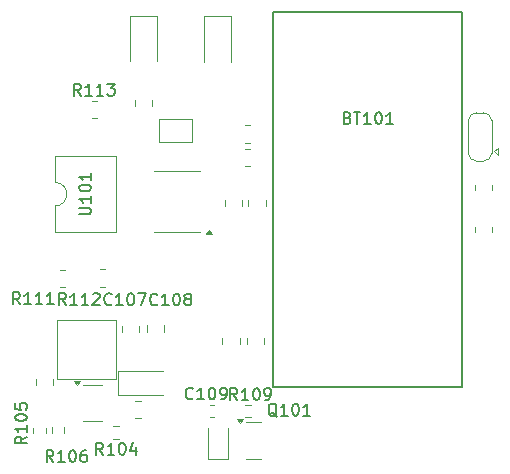
<source format=gbr>
%TF.GenerationSoftware,KiCad,Pcbnew,8.0.6-8.0.6-0~ubuntu24.04.1*%
%TF.CreationDate,2024-10-24T15:12:09+03:00*%
%TF.ProjectId,navigator,6e617669-6761-4746-9f72-2e6b69636164,rev?*%
%TF.SameCoordinates,Original*%
%TF.FileFunction,Legend,Top*%
%TF.FilePolarity,Positive*%
%FSLAX46Y46*%
G04 Gerber Fmt 4.6, Leading zero omitted, Abs format (unit mm)*
G04 Created by KiCad (PCBNEW 8.0.6-8.0.6-0~ubuntu24.04.1) date 2024-10-24 15:12:09*
%MOMM*%
%LPD*%
G01*
G04 APERTURE LIST*
%ADD10C,0.150000*%
%ADD11C,0.200000*%
%ADD12C,0.120000*%
%ADD13C,0.100000*%
G04 APERTURE END LIST*
D10*
X74410952Y-72734819D02*
X74077619Y-72258628D01*
X73839524Y-72734819D02*
X73839524Y-71734819D01*
X73839524Y-71734819D02*
X74220476Y-71734819D01*
X74220476Y-71734819D02*
X74315714Y-71782438D01*
X74315714Y-71782438D02*
X74363333Y-71830057D01*
X74363333Y-71830057D02*
X74410952Y-71925295D01*
X74410952Y-71925295D02*
X74410952Y-72068152D01*
X74410952Y-72068152D02*
X74363333Y-72163390D01*
X74363333Y-72163390D02*
X74315714Y-72211009D01*
X74315714Y-72211009D02*
X74220476Y-72258628D01*
X74220476Y-72258628D02*
X73839524Y-72258628D01*
X75363333Y-72734819D02*
X74791905Y-72734819D01*
X75077619Y-72734819D02*
X75077619Y-71734819D01*
X75077619Y-71734819D02*
X74982381Y-71877676D01*
X74982381Y-71877676D02*
X74887143Y-71972914D01*
X74887143Y-71972914D02*
X74791905Y-72020533D01*
X76315714Y-72734819D02*
X75744286Y-72734819D01*
X76030000Y-72734819D02*
X76030000Y-71734819D01*
X76030000Y-71734819D02*
X75934762Y-71877676D01*
X75934762Y-71877676D02*
X75839524Y-71972914D01*
X75839524Y-71972914D02*
X75744286Y-72020533D01*
X77268095Y-72734819D02*
X76696667Y-72734819D01*
X76982381Y-72734819D02*
X76982381Y-71734819D01*
X76982381Y-71734819D02*
X76887143Y-71877676D01*
X76887143Y-71877676D02*
X76791905Y-71972914D01*
X76791905Y-71972914D02*
X76696667Y-72020533D01*
X79434819Y-65124285D02*
X80244342Y-65124285D01*
X80244342Y-65124285D02*
X80339580Y-65076666D01*
X80339580Y-65076666D02*
X80387200Y-65029047D01*
X80387200Y-65029047D02*
X80434819Y-64933809D01*
X80434819Y-64933809D02*
X80434819Y-64743333D01*
X80434819Y-64743333D02*
X80387200Y-64648095D01*
X80387200Y-64648095D02*
X80339580Y-64600476D01*
X80339580Y-64600476D02*
X80244342Y-64552857D01*
X80244342Y-64552857D02*
X79434819Y-64552857D01*
X80434819Y-63552857D02*
X80434819Y-64124285D01*
X80434819Y-63838571D02*
X79434819Y-63838571D01*
X79434819Y-63838571D02*
X79577676Y-63933809D01*
X79577676Y-63933809D02*
X79672914Y-64029047D01*
X79672914Y-64029047D02*
X79720533Y-64124285D01*
X79434819Y-62933809D02*
X79434819Y-62838571D01*
X79434819Y-62838571D02*
X79482438Y-62743333D01*
X79482438Y-62743333D02*
X79530057Y-62695714D01*
X79530057Y-62695714D02*
X79625295Y-62648095D01*
X79625295Y-62648095D02*
X79815771Y-62600476D01*
X79815771Y-62600476D02*
X80053866Y-62600476D01*
X80053866Y-62600476D02*
X80244342Y-62648095D01*
X80244342Y-62648095D02*
X80339580Y-62695714D01*
X80339580Y-62695714D02*
X80387200Y-62743333D01*
X80387200Y-62743333D02*
X80434819Y-62838571D01*
X80434819Y-62838571D02*
X80434819Y-62933809D01*
X80434819Y-62933809D02*
X80387200Y-63029047D01*
X80387200Y-63029047D02*
X80339580Y-63076666D01*
X80339580Y-63076666D02*
X80244342Y-63124285D01*
X80244342Y-63124285D02*
X80053866Y-63171904D01*
X80053866Y-63171904D02*
X79815771Y-63171904D01*
X79815771Y-63171904D02*
X79625295Y-63124285D01*
X79625295Y-63124285D02*
X79530057Y-63076666D01*
X79530057Y-63076666D02*
X79482438Y-63029047D01*
X79482438Y-63029047D02*
X79434819Y-62933809D01*
X80434819Y-61648095D02*
X80434819Y-62219523D01*
X80434819Y-61933809D02*
X79434819Y-61933809D01*
X79434819Y-61933809D02*
X79577676Y-62029047D01*
X79577676Y-62029047D02*
X79672914Y-62124285D01*
X79672914Y-62124285D02*
X79720533Y-62219523D01*
D11*
X102151904Y-56948409D02*
X102294761Y-56996028D01*
X102294761Y-56996028D02*
X102342380Y-57043647D01*
X102342380Y-57043647D02*
X102389999Y-57138885D01*
X102389999Y-57138885D02*
X102389999Y-57281742D01*
X102389999Y-57281742D02*
X102342380Y-57376980D01*
X102342380Y-57376980D02*
X102294761Y-57424600D01*
X102294761Y-57424600D02*
X102199523Y-57472219D01*
X102199523Y-57472219D02*
X101818571Y-57472219D01*
X101818571Y-57472219D02*
X101818571Y-56472219D01*
X101818571Y-56472219D02*
X102151904Y-56472219D01*
X102151904Y-56472219D02*
X102247142Y-56519838D01*
X102247142Y-56519838D02*
X102294761Y-56567457D01*
X102294761Y-56567457D02*
X102342380Y-56662695D01*
X102342380Y-56662695D02*
X102342380Y-56757933D01*
X102342380Y-56757933D02*
X102294761Y-56853171D01*
X102294761Y-56853171D02*
X102247142Y-56900790D01*
X102247142Y-56900790D02*
X102151904Y-56948409D01*
X102151904Y-56948409D02*
X101818571Y-56948409D01*
X102675714Y-56472219D02*
X103247142Y-56472219D01*
X102961428Y-57472219D02*
X102961428Y-56472219D01*
X104104285Y-57472219D02*
X103532857Y-57472219D01*
X103818571Y-57472219D02*
X103818571Y-56472219D01*
X103818571Y-56472219D02*
X103723333Y-56615076D01*
X103723333Y-56615076D02*
X103628095Y-56710314D01*
X103628095Y-56710314D02*
X103532857Y-56757933D01*
X104723333Y-56472219D02*
X104818571Y-56472219D01*
X104818571Y-56472219D02*
X104913809Y-56519838D01*
X104913809Y-56519838D02*
X104961428Y-56567457D01*
X104961428Y-56567457D02*
X105009047Y-56662695D01*
X105009047Y-56662695D02*
X105056666Y-56853171D01*
X105056666Y-56853171D02*
X105056666Y-57091266D01*
X105056666Y-57091266D02*
X105009047Y-57281742D01*
X105009047Y-57281742D02*
X104961428Y-57376980D01*
X104961428Y-57376980D02*
X104913809Y-57424600D01*
X104913809Y-57424600D02*
X104818571Y-57472219D01*
X104818571Y-57472219D02*
X104723333Y-57472219D01*
X104723333Y-57472219D02*
X104628095Y-57424600D01*
X104628095Y-57424600D02*
X104580476Y-57376980D01*
X104580476Y-57376980D02*
X104532857Y-57281742D01*
X104532857Y-57281742D02*
X104485238Y-57091266D01*
X104485238Y-57091266D02*
X104485238Y-56853171D01*
X104485238Y-56853171D02*
X104532857Y-56662695D01*
X104532857Y-56662695D02*
X104580476Y-56567457D01*
X104580476Y-56567457D02*
X104628095Y-56519838D01*
X104628095Y-56519838D02*
X104723333Y-56472219D01*
X106009047Y-57472219D02*
X105437619Y-57472219D01*
X105723333Y-57472219D02*
X105723333Y-56472219D01*
X105723333Y-56472219D02*
X105628095Y-56615076D01*
X105628095Y-56615076D02*
X105532857Y-56710314D01*
X105532857Y-56710314D02*
X105437619Y-56757933D01*
D10*
X92820952Y-80844819D02*
X92487619Y-80368628D01*
X92249524Y-80844819D02*
X92249524Y-79844819D01*
X92249524Y-79844819D02*
X92630476Y-79844819D01*
X92630476Y-79844819D02*
X92725714Y-79892438D01*
X92725714Y-79892438D02*
X92773333Y-79940057D01*
X92773333Y-79940057D02*
X92820952Y-80035295D01*
X92820952Y-80035295D02*
X92820952Y-80178152D01*
X92820952Y-80178152D02*
X92773333Y-80273390D01*
X92773333Y-80273390D02*
X92725714Y-80321009D01*
X92725714Y-80321009D02*
X92630476Y-80368628D01*
X92630476Y-80368628D02*
X92249524Y-80368628D01*
X93773333Y-80844819D02*
X93201905Y-80844819D01*
X93487619Y-80844819D02*
X93487619Y-79844819D01*
X93487619Y-79844819D02*
X93392381Y-79987676D01*
X93392381Y-79987676D02*
X93297143Y-80082914D01*
X93297143Y-80082914D02*
X93201905Y-80130533D01*
X94392381Y-79844819D02*
X94487619Y-79844819D01*
X94487619Y-79844819D02*
X94582857Y-79892438D01*
X94582857Y-79892438D02*
X94630476Y-79940057D01*
X94630476Y-79940057D02*
X94678095Y-80035295D01*
X94678095Y-80035295D02*
X94725714Y-80225771D01*
X94725714Y-80225771D02*
X94725714Y-80463866D01*
X94725714Y-80463866D02*
X94678095Y-80654342D01*
X94678095Y-80654342D02*
X94630476Y-80749580D01*
X94630476Y-80749580D02*
X94582857Y-80797200D01*
X94582857Y-80797200D02*
X94487619Y-80844819D01*
X94487619Y-80844819D02*
X94392381Y-80844819D01*
X94392381Y-80844819D02*
X94297143Y-80797200D01*
X94297143Y-80797200D02*
X94249524Y-80749580D01*
X94249524Y-80749580D02*
X94201905Y-80654342D01*
X94201905Y-80654342D02*
X94154286Y-80463866D01*
X94154286Y-80463866D02*
X94154286Y-80225771D01*
X94154286Y-80225771D02*
X94201905Y-80035295D01*
X94201905Y-80035295D02*
X94249524Y-79940057D01*
X94249524Y-79940057D02*
X94297143Y-79892438D01*
X94297143Y-79892438D02*
X94392381Y-79844819D01*
X95201905Y-80844819D02*
X95392381Y-80844819D01*
X95392381Y-80844819D02*
X95487619Y-80797200D01*
X95487619Y-80797200D02*
X95535238Y-80749580D01*
X95535238Y-80749580D02*
X95630476Y-80606723D01*
X95630476Y-80606723D02*
X95678095Y-80416247D01*
X95678095Y-80416247D02*
X95678095Y-80035295D01*
X95678095Y-80035295D02*
X95630476Y-79940057D01*
X95630476Y-79940057D02*
X95582857Y-79892438D01*
X95582857Y-79892438D02*
X95487619Y-79844819D01*
X95487619Y-79844819D02*
X95297143Y-79844819D01*
X95297143Y-79844819D02*
X95201905Y-79892438D01*
X95201905Y-79892438D02*
X95154286Y-79940057D01*
X95154286Y-79940057D02*
X95106667Y-80035295D01*
X95106667Y-80035295D02*
X95106667Y-80273390D01*
X95106667Y-80273390D02*
X95154286Y-80368628D01*
X95154286Y-80368628D02*
X95201905Y-80416247D01*
X95201905Y-80416247D02*
X95297143Y-80463866D01*
X95297143Y-80463866D02*
X95487619Y-80463866D01*
X95487619Y-80463866D02*
X95582857Y-80416247D01*
X95582857Y-80416247D02*
X95630476Y-80368628D01*
X95630476Y-80368628D02*
X95678095Y-80273390D01*
X78310952Y-72794819D02*
X77977619Y-72318628D01*
X77739524Y-72794819D02*
X77739524Y-71794819D01*
X77739524Y-71794819D02*
X78120476Y-71794819D01*
X78120476Y-71794819D02*
X78215714Y-71842438D01*
X78215714Y-71842438D02*
X78263333Y-71890057D01*
X78263333Y-71890057D02*
X78310952Y-71985295D01*
X78310952Y-71985295D02*
X78310952Y-72128152D01*
X78310952Y-72128152D02*
X78263333Y-72223390D01*
X78263333Y-72223390D02*
X78215714Y-72271009D01*
X78215714Y-72271009D02*
X78120476Y-72318628D01*
X78120476Y-72318628D02*
X77739524Y-72318628D01*
X79263333Y-72794819D02*
X78691905Y-72794819D01*
X78977619Y-72794819D02*
X78977619Y-71794819D01*
X78977619Y-71794819D02*
X78882381Y-71937676D01*
X78882381Y-71937676D02*
X78787143Y-72032914D01*
X78787143Y-72032914D02*
X78691905Y-72080533D01*
X80215714Y-72794819D02*
X79644286Y-72794819D01*
X79930000Y-72794819D02*
X79930000Y-71794819D01*
X79930000Y-71794819D02*
X79834762Y-71937676D01*
X79834762Y-71937676D02*
X79739524Y-72032914D01*
X79739524Y-72032914D02*
X79644286Y-72080533D01*
X80596667Y-71890057D02*
X80644286Y-71842438D01*
X80644286Y-71842438D02*
X80739524Y-71794819D01*
X80739524Y-71794819D02*
X80977619Y-71794819D01*
X80977619Y-71794819D02*
X81072857Y-71842438D01*
X81072857Y-71842438D02*
X81120476Y-71890057D01*
X81120476Y-71890057D02*
X81168095Y-71985295D01*
X81168095Y-71985295D02*
X81168095Y-72080533D01*
X81168095Y-72080533D02*
X81120476Y-72223390D01*
X81120476Y-72223390D02*
X80549048Y-72794819D01*
X80549048Y-72794819D02*
X81168095Y-72794819D01*
X81455952Y-85474819D02*
X81122619Y-84998628D01*
X80884524Y-85474819D02*
X80884524Y-84474819D01*
X80884524Y-84474819D02*
X81265476Y-84474819D01*
X81265476Y-84474819D02*
X81360714Y-84522438D01*
X81360714Y-84522438D02*
X81408333Y-84570057D01*
X81408333Y-84570057D02*
X81455952Y-84665295D01*
X81455952Y-84665295D02*
X81455952Y-84808152D01*
X81455952Y-84808152D02*
X81408333Y-84903390D01*
X81408333Y-84903390D02*
X81360714Y-84951009D01*
X81360714Y-84951009D02*
X81265476Y-84998628D01*
X81265476Y-84998628D02*
X80884524Y-84998628D01*
X82408333Y-85474819D02*
X81836905Y-85474819D01*
X82122619Y-85474819D02*
X82122619Y-84474819D01*
X82122619Y-84474819D02*
X82027381Y-84617676D01*
X82027381Y-84617676D02*
X81932143Y-84712914D01*
X81932143Y-84712914D02*
X81836905Y-84760533D01*
X83027381Y-84474819D02*
X83122619Y-84474819D01*
X83122619Y-84474819D02*
X83217857Y-84522438D01*
X83217857Y-84522438D02*
X83265476Y-84570057D01*
X83265476Y-84570057D02*
X83313095Y-84665295D01*
X83313095Y-84665295D02*
X83360714Y-84855771D01*
X83360714Y-84855771D02*
X83360714Y-85093866D01*
X83360714Y-85093866D02*
X83313095Y-85284342D01*
X83313095Y-85284342D02*
X83265476Y-85379580D01*
X83265476Y-85379580D02*
X83217857Y-85427200D01*
X83217857Y-85427200D02*
X83122619Y-85474819D01*
X83122619Y-85474819D02*
X83027381Y-85474819D01*
X83027381Y-85474819D02*
X82932143Y-85427200D01*
X82932143Y-85427200D02*
X82884524Y-85379580D01*
X82884524Y-85379580D02*
X82836905Y-85284342D01*
X82836905Y-85284342D02*
X82789286Y-85093866D01*
X82789286Y-85093866D02*
X82789286Y-84855771D01*
X82789286Y-84855771D02*
X82836905Y-84665295D01*
X82836905Y-84665295D02*
X82884524Y-84570057D01*
X82884524Y-84570057D02*
X82932143Y-84522438D01*
X82932143Y-84522438D02*
X83027381Y-84474819D01*
X84217857Y-84808152D02*
X84217857Y-85474819D01*
X83979762Y-84427200D02*
X83741667Y-85141485D01*
X83741667Y-85141485D02*
X84360714Y-85141485D01*
X75014819Y-83934047D02*
X74538628Y-84267380D01*
X75014819Y-84505475D02*
X74014819Y-84505475D01*
X74014819Y-84505475D02*
X74014819Y-84124523D01*
X74014819Y-84124523D02*
X74062438Y-84029285D01*
X74062438Y-84029285D02*
X74110057Y-83981666D01*
X74110057Y-83981666D02*
X74205295Y-83934047D01*
X74205295Y-83934047D02*
X74348152Y-83934047D01*
X74348152Y-83934047D02*
X74443390Y-83981666D01*
X74443390Y-83981666D02*
X74491009Y-84029285D01*
X74491009Y-84029285D02*
X74538628Y-84124523D01*
X74538628Y-84124523D02*
X74538628Y-84505475D01*
X75014819Y-82981666D02*
X75014819Y-83553094D01*
X75014819Y-83267380D02*
X74014819Y-83267380D01*
X74014819Y-83267380D02*
X74157676Y-83362618D01*
X74157676Y-83362618D02*
X74252914Y-83457856D01*
X74252914Y-83457856D02*
X74300533Y-83553094D01*
X74014819Y-82362618D02*
X74014819Y-82267380D01*
X74014819Y-82267380D02*
X74062438Y-82172142D01*
X74062438Y-82172142D02*
X74110057Y-82124523D01*
X74110057Y-82124523D02*
X74205295Y-82076904D01*
X74205295Y-82076904D02*
X74395771Y-82029285D01*
X74395771Y-82029285D02*
X74633866Y-82029285D01*
X74633866Y-82029285D02*
X74824342Y-82076904D01*
X74824342Y-82076904D02*
X74919580Y-82124523D01*
X74919580Y-82124523D02*
X74967200Y-82172142D01*
X74967200Y-82172142D02*
X75014819Y-82267380D01*
X75014819Y-82267380D02*
X75014819Y-82362618D01*
X75014819Y-82362618D02*
X74967200Y-82457856D01*
X74967200Y-82457856D02*
X74919580Y-82505475D01*
X74919580Y-82505475D02*
X74824342Y-82553094D01*
X74824342Y-82553094D02*
X74633866Y-82600713D01*
X74633866Y-82600713D02*
X74395771Y-82600713D01*
X74395771Y-82600713D02*
X74205295Y-82553094D01*
X74205295Y-82553094D02*
X74110057Y-82505475D01*
X74110057Y-82505475D02*
X74062438Y-82457856D01*
X74062438Y-82457856D02*
X74014819Y-82362618D01*
X74014819Y-81124523D02*
X74014819Y-81600713D01*
X74014819Y-81600713D02*
X74491009Y-81648332D01*
X74491009Y-81648332D02*
X74443390Y-81600713D01*
X74443390Y-81600713D02*
X74395771Y-81505475D01*
X74395771Y-81505475D02*
X74395771Y-81267380D01*
X74395771Y-81267380D02*
X74443390Y-81172142D01*
X74443390Y-81172142D02*
X74491009Y-81124523D01*
X74491009Y-81124523D02*
X74586247Y-81076904D01*
X74586247Y-81076904D02*
X74824342Y-81076904D01*
X74824342Y-81076904D02*
X74919580Y-81124523D01*
X74919580Y-81124523D02*
X74967200Y-81172142D01*
X74967200Y-81172142D02*
X75014819Y-81267380D01*
X75014819Y-81267380D02*
X75014819Y-81505475D01*
X75014819Y-81505475D02*
X74967200Y-81600713D01*
X74967200Y-81600713D02*
X74919580Y-81648332D01*
X86060952Y-72739580D02*
X86013333Y-72787200D01*
X86013333Y-72787200D02*
X85870476Y-72834819D01*
X85870476Y-72834819D02*
X85775238Y-72834819D01*
X85775238Y-72834819D02*
X85632381Y-72787200D01*
X85632381Y-72787200D02*
X85537143Y-72691961D01*
X85537143Y-72691961D02*
X85489524Y-72596723D01*
X85489524Y-72596723D02*
X85441905Y-72406247D01*
X85441905Y-72406247D02*
X85441905Y-72263390D01*
X85441905Y-72263390D02*
X85489524Y-72072914D01*
X85489524Y-72072914D02*
X85537143Y-71977676D01*
X85537143Y-71977676D02*
X85632381Y-71882438D01*
X85632381Y-71882438D02*
X85775238Y-71834819D01*
X85775238Y-71834819D02*
X85870476Y-71834819D01*
X85870476Y-71834819D02*
X86013333Y-71882438D01*
X86013333Y-71882438D02*
X86060952Y-71930057D01*
X87013333Y-72834819D02*
X86441905Y-72834819D01*
X86727619Y-72834819D02*
X86727619Y-71834819D01*
X86727619Y-71834819D02*
X86632381Y-71977676D01*
X86632381Y-71977676D02*
X86537143Y-72072914D01*
X86537143Y-72072914D02*
X86441905Y-72120533D01*
X87632381Y-71834819D02*
X87727619Y-71834819D01*
X87727619Y-71834819D02*
X87822857Y-71882438D01*
X87822857Y-71882438D02*
X87870476Y-71930057D01*
X87870476Y-71930057D02*
X87918095Y-72025295D01*
X87918095Y-72025295D02*
X87965714Y-72215771D01*
X87965714Y-72215771D02*
X87965714Y-72453866D01*
X87965714Y-72453866D02*
X87918095Y-72644342D01*
X87918095Y-72644342D02*
X87870476Y-72739580D01*
X87870476Y-72739580D02*
X87822857Y-72787200D01*
X87822857Y-72787200D02*
X87727619Y-72834819D01*
X87727619Y-72834819D02*
X87632381Y-72834819D01*
X87632381Y-72834819D02*
X87537143Y-72787200D01*
X87537143Y-72787200D02*
X87489524Y-72739580D01*
X87489524Y-72739580D02*
X87441905Y-72644342D01*
X87441905Y-72644342D02*
X87394286Y-72453866D01*
X87394286Y-72453866D02*
X87394286Y-72215771D01*
X87394286Y-72215771D02*
X87441905Y-72025295D01*
X87441905Y-72025295D02*
X87489524Y-71930057D01*
X87489524Y-71930057D02*
X87537143Y-71882438D01*
X87537143Y-71882438D02*
X87632381Y-71834819D01*
X88537143Y-72263390D02*
X88441905Y-72215771D01*
X88441905Y-72215771D02*
X88394286Y-72168152D01*
X88394286Y-72168152D02*
X88346667Y-72072914D01*
X88346667Y-72072914D02*
X88346667Y-72025295D01*
X88346667Y-72025295D02*
X88394286Y-71930057D01*
X88394286Y-71930057D02*
X88441905Y-71882438D01*
X88441905Y-71882438D02*
X88537143Y-71834819D01*
X88537143Y-71834819D02*
X88727619Y-71834819D01*
X88727619Y-71834819D02*
X88822857Y-71882438D01*
X88822857Y-71882438D02*
X88870476Y-71930057D01*
X88870476Y-71930057D02*
X88918095Y-72025295D01*
X88918095Y-72025295D02*
X88918095Y-72072914D01*
X88918095Y-72072914D02*
X88870476Y-72168152D01*
X88870476Y-72168152D02*
X88822857Y-72215771D01*
X88822857Y-72215771D02*
X88727619Y-72263390D01*
X88727619Y-72263390D02*
X88537143Y-72263390D01*
X88537143Y-72263390D02*
X88441905Y-72311009D01*
X88441905Y-72311009D02*
X88394286Y-72358628D01*
X88394286Y-72358628D02*
X88346667Y-72453866D01*
X88346667Y-72453866D02*
X88346667Y-72644342D01*
X88346667Y-72644342D02*
X88394286Y-72739580D01*
X88394286Y-72739580D02*
X88441905Y-72787200D01*
X88441905Y-72787200D02*
X88537143Y-72834819D01*
X88537143Y-72834819D02*
X88727619Y-72834819D01*
X88727619Y-72834819D02*
X88822857Y-72787200D01*
X88822857Y-72787200D02*
X88870476Y-72739580D01*
X88870476Y-72739580D02*
X88918095Y-72644342D01*
X88918095Y-72644342D02*
X88918095Y-72453866D01*
X88918095Y-72453866D02*
X88870476Y-72358628D01*
X88870476Y-72358628D02*
X88822857Y-72311009D01*
X88822857Y-72311009D02*
X88727619Y-72263390D01*
X96182380Y-82250057D02*
X96087142Y-82202438D01*
X96087142Y-82202438D02*
X95991904Y-82107200D01*
X95991904Y-82107200D02*
X95849047Y-81964342D01*
X95849047Y-81964342D02*
X95753809Y-81916723D01*
X95753809Y-81916723D02*
X95658571Y-81916723D01*
X95706190Y-82154819D02*
X95610952Y-82107200D01*
X95610952Y-82107200D02*
X95515714Y-82011961D01*
X95515714Y-82011961D02*
X95468095Y-81821485D01*
X95468095Y-81821485D02*
X95468095Y-81488152D01*
X95468095Y-81488152D02*
X95515714Y-81297676D01*
X95515714Y-81297676D02*
X95610952Y-81202438D01*
X95610952Y-81202438D02*
X95706190Y-81154819D01*
X95706190Y-81154819D02*
X95896666Y-81154819D01*
X95896666Y-81154819D02*
X95991904Y-81202438D01*
X95991904Y-81202438D02*
X96087142Y-81297676D01*
X96087142Y-81297676D02*
X96134761Y-81488152D01*
X96134761Y-81488152D02*
X96134761Y-81821485D01*
X96134761Y-81821485D02*
X96087142Y-82011961D01*
X96087142Y-82011961D02*
X95991904Y-82107200D01*
X95991904Y-82107200D02*
X95896666Y-82154819D01*
X95896666Y-82154819D02*
X95706190Y-82154819D01*
X97087142Y-82154819D02*
X96515714Y-82154819D01*
X96801428Y-82154819D02*
X96801428Y-81154819D01*
X96801428Y-81154819D02*
X96706190Y-81297676D01*
X96706190Y-81297676D02*
X96610952Y-81392914D01*
X96610952Y-81392914D02*
X96515714Y-81440533D01*
X97706190Y-81154819D02*
X97801428Y-81154819D01*
X97801428Y-81154819D02*
X97896666Y-81202438D01*
X97896666Y-81202438D02*
X97944285Y-81250057D01*
X97944285Y-81250057D02*
X97991904Y-81345295D01*
X97991904Y-81345295D02*
X98039523Y-81535771D01*
X98039523Y-81535771D02*
X98039523Y-81773866D01*
X98039523Y-81773866D02*
X97991904Y-81964342D01*
X97991904Y-81964342D02*
X97944285Y-82059580D01*
X97944285Y-82059580D02*
X97896666Y-82107200D01*
X97896666Y-82107200D02*
X97801428Y-82154819D01*
X97801428Y-82154819D02*
X97706190Y-82154819D01*
X97706190Y-82154819D02*
X97610952Y-82107200D01*
X97610952Y-82107200D02*
X97563333Y-82059580D01*
X97563333Y-82059580D02*
X97515714Y-81964342D01*
X97515714Y-81964342D02*
X97468095Y-81773866D01*
X97468095Y-81773866D02*
X97468095Y-81535771D01*
X97468095Y-81535771D02*
X97515714Y-81345295D01*
X97515714Y-81345295D02*
X97563333Y-81250057D01*
X97563333Y-81250057D02*
X97610952Y-81202438D01*
X97610952Y-81202438D02*
X97706190Y-81154819D01*
X98991904Y-82154819D02*
X98420476Y-82154819D01*
X98706190Y-82154819D02*
X98706190Y-81154819D01*
X98706190Y-81154819D02*
X98610952Y-81297676D01*
X98610952Y-81297676D02*
X98515714Y-81392914D01*
X98515714Y-81392914D02*
X98420476Y-81440533D01*
X79588452Y-55064819D02*
X79255119Y-54588628D01*
X79017024Y-55064819D02*
X79017024Y-54064819D01*
X79017024Y-54064819D02*
X79397976Y-54064819D01*
X79397976Y-54064819D02*
X79493214Y-54112438D01*
X79493214Y-54112438D02*
X79540833Y-54160057D01*
X79540833Y-54160057D02*
X79588452Y-54255295D01*
X79588452Y-54255295D02*
X79588452Y-54398152D01*
X79588452Y-54398152D02*
X79540833Y-54493390D01*
X79540833Y-54493390D02*
X79493214Y-54541009D01*
X79493214Y-54541009D02*
X79397976Y-54588628D01*
X79397976Y-54588628D02*
X79017024Y-54588628D01*
X80540833Y-55064819D02*
X79969405Y-55064819D01*
X80255119Y-55064819D02*
X80255119Y-54064819D01*
X80255119Y-54064819D02*
X80159881Y-54207676D01*
X80159881Y-54207676D02*
X80064643Y-54302914D01*
X80064643Y-54302914D02*
X79969405Y-54350533D01*
X81493214Y-55064819D02*
X80921786Y-55064819D01*
X81207500Y-55064819D02*
X81207500Y-54064819D01*
X81207500Y-54064819D02*
X81112262Y-54207676D01*
X81112262Y-54207676D02*
X81017024Y-54302914D01*
X81017024Y-54302914D02*
X80921786Y-54350533D01*
X81826548Y-54064819D02*
X82445595Y-54064819D01*
X82445595Y-54064819D02*
X82112262Y-54445771D01*
X82112262Y-54445771D02*
X82255119Y-54445771D01*
X82255119Y-54445771D02*
X82350357Y-54493390D01*
X82350357Y-54493390D02*
X82397976Y-54541009D01*
X82397976Y-54541009D02*
X82445595Y-54636247D01*
X82445595Y-54636247D02*
X82445595Y-54874342D01*
X82445595Y-54874342D02*
X82397976Y-54969580D01*
X82397976Y-54969580D02*
X82350357Y-55017200D01*
X82350357Y-55017200D02*
X82255119Y-55064819D01*
X82255119Y-55064819D02*
X81969405Y-55064819D01*
X81969405Y-55064819D02*
X81874167Y-55017200D01*
X81874167Y-55017200D02*
X81826548Y-54969580D01*
X89070952Y-80699580D02*
X89023333Y-80747200D01*
X89023333Y-80747200D02*
X88880476Y-80794819D01*
X88880476Y-80794819D02*
X88785238Y-80794819D01*
X88785238Y-80794819D02*
X88642381Y-80747200D01*
X88642381Y-80747200D02*
X88547143Y-80651961D01*
X88547143Y-80651961D02*
X88499524Y-80556723D01*
X88499524Y-80556723D02*
X88451905Y-80366247D01*
X88451905Y-80366247D02*
X88451905Y-80223390D01*
X88451905Y-80223390D02*
X88499524Y-80032914D01*
X88499524Y-80032914D02*
X88547143Y-79937676D01*
X88547143Y-79937676D02*
X88642381Y-79842438D01*
X88642381Y-79842438D02*
X88785238Y-79794819D01*
X88785238Y-79794819D02*
X88880476Y-79794819D01*
X88880476Y-79794819D02*
X89023333Y-79842438D01*
X89023333Y-79842438D02*
X89070952Y-79890057D01*
X90023333Y-80794819D02*
X89451905Y-80794819D01*
X89737619Y-80794819D02*
X89737619Y-79794819D01*
X89737619Y-79794819D02*
X89642381Y-79937676D01*
X89642381Y-79937676D02*
X89547143Y-80032914D01*
X89547143Y-80032914D02*
X89451905Y-80080533D01*
X90642381Y-79794819D02*
X90737619Y-79794819D01*
X90737619Y-79794819D02*
X90832857Y-79842438D01*
X90832857Y-79842438D02*
X90880476Y-79890057D01*
X90880476Y-79890057D02*
X90928095Y-79985295D01*
X90928095Y-79985295D02*
X90975714Y-80175771D01*
X90975714Y-80175771D02*
X90975714Y-80413866D01*
X90975714Y-80413866D02*
X90928095Y-80604342D01*
X90928095Y-80604342D02*
X90880476Y-80699580D01*
X90880476Y-80699580D02*
X90832857Y-80747200D01*
X90832857Y-80747200D02*
X90737619Y-80794819D01*
X90737619Y-80794819D02*
X90642381Y-80794819D01*
X90642381Y-80794819D02*
X90547143Y-80747200D01*
X90547143Y-80747200D02*
X90499524Y-80699580D01*
X90499524Y-80699580D02*
X90451905Y-80604342D01*
X90451905Y-80604342D02*
X90404286Y-80413866D01*
X90404286Y-80413866D02*
X90404286Y-80175771D01*
X90404286Y-80175771D02*
X90451905Y-79985295D01*
X90451905Y-79985295D02*
X90499524Y-79890057D01*
X90499524Y-79890057D02*
X90547143Y-79842438D01*
X90547143Y-79842438D02*
X90642381Y-79794819D01*
X91451905Y-80794819D02*
X91642381Y-80794819D01*
X91642381Y-80794819D02*
X91737619Y-80747200D01*
X91737619Y-80747200D02*
X91785238Y-80699580D01*
X91785238Y-80699580D02*
X91880476Y-80556723D01*
X91880476Y-80556723D02*
X91928095Y-80366247D01*
X91928095Y-80366247D02*
X91928095Y-79985295D01*
X91928095Y-79985295D02*
X91880476Y-79890057D01*
X91880476Y-79890057D02*
X91832857Y-79842438D01*
X91832857Y-79842438D02*
X91737619Y-79794819D01*
X91737619Y-79794819D02*
X91547143Y-79794819D01*
X91547143Y-79794819D02*
X91451905Y-79842438D01*
X91451905Y-79842438D02*
X91404286Y-79890057D01*
X91404286Y-79890057D02*
X91356667Y-79985295D01*
X91356667Y-79985295D02*
X91356667Y-80223390D01*
X91356667Y-80223390D02*
X91404286Y-80318628D01*
X91404286Y-80318628D02*
X91451905Y-80366247D01*
X91451905Y-80366247D02*
X91547143Y-80413866D01*
X91547143Y-80413866D02*
X91737619Y-80413866D01*
X91737619Y-80413866D02*
X91832857Y-80366247D01*
X91832857Y-80366247D02*
X91880476Y-80318628D01*
X91880476Y-80318628D02*
X91928095Y-80223390D01*
X77250952Y-86074819D02*
X76917619Y-85598628D01*
X76679524Y-86074819D02*
X76679524Y-85074819D01*
X76679524Y-85074819D02*
X77060476Y-85074819D01*
X77060476Y-85074819D02*
X77155714Y-85122438D01*
X77155714Y-85122438D02*
X77203333Y-85170057D01*
X77203333Y-85170057D02*
X77250952Y-85265295D01*
X77250952Y-85265295D02*
X77250952Y-85408152D01*
X77250952Y-85408152D02*
X77203333Y-85503390D01*
X77203333Y-85503390D02*
X77155714Y-85551009D01*
X77155714Y-85551009D02*
X77060476Y-85598628D01*
X77060476Y-85598628D02*
X76679524Y-85598628D01*
X78203333Y-86074819D02*
X77631905Y-86074819D01*
X77917619Y-86074819D02*
X77917619Y-85074819D01*
X77917619Y-85074819D02*
X77822381Y-85217676D01*
X77822381Y-85217676D02*
X77727143Y-85312914D01*
X77727143Y-85312914D02*
X77631905Y-85360533D01*
X78822381Y-85074819D02*
X78917619Y-85074819D01*
X78917619Y-85074819D02*
X79012857Y-85122438D01*
X79012857Y-85122438D02*
X79060476Y-85170057D01*
X79060476Y-85170057D02*
X79108095Y-85265295D01*
X79108095Y-85265295D02*
X79155714Y-85455771D01*
X79155714Y-85455771D02*
X79155714Y-85693866D01*
X79155714Y-85693866D02*
X79108095Y-85884342D01*
X79108095Y-85884342D02*
X79060476Y-85979580D01*
X79060476Y-85979580D02*
X79012857Y-86027200D01*
X79012857Y-86027200D02*
X78917619Y-86074819D01*
X78917619Y-86074819D02*
X78822381Y-86074819D01*
X78822381Y-86074819D02*
X78727143Y-86027200D01*
X78727143Y-86027200D02*
X78679524Y-85979580D01*
X78679524Y-85979580D02*
X78631905Y-85884342D01*
X78631905Y-85884342D02*
X78584286Y-85693866D01*
X78584286Y-85693866D02*
X78584286Y-85455771D01*
X78584286Y-85455771D02*
X78631905Y-85265295D01*
X78631905Y-85265295D02*
X78679524Y-85170057D01*
X78679524Y-85170057D02*
X78727143Y-85122438D01*
X78727143Y-85122438D02*
X78822381Y-85074819D01*
X80012857Y-85074819D02*
X79822381Y-85074819D01*
X79822381Y-85074819D02*
X79727143Y-85122438D01*
X79727143Y-85122438D02*
X79679524Y-85170057D01*
X79679524Y-85170057D02*
X79584286Y-85312914D01*
X79584286Y-85312914D02*
X79536667Y-85503390D01*
X79536667Y-85503390D02*
X79536667Y-85884342D01*
X79536667Y-85884342D02*
X79584286Y-85979580D01*
X79584286Y-85979580D02*
X79631905Y-86027200D01*
X79631905Y-86027200D02*
X79727143Y-86074819D01*
X79727143Y-86074819D02*
X79917619Y-86074819D01*
X79917619Y-86074819D02*
X80012857Y-86027200D01*
X80012857Y-86027200D02*
X80060476Y-85979580D01*
X80060476Y-85979580D02*
X80108095Y-85884342D01*
X80108095Y-85884342D02*
X80108095Y-85646247D01*
X80108095Y-85646247D02*
X80060476Y-85551009D01*
X80060476Y-85551009D02*
X80012857Y-85503390D01*
X80012857Y-85503390D02*
X79917619Y-85455771D01*
X79917619Y-85455771D02*
X79727143Y-85455771D01*
X79727143Y-85455771D02*
X79631905Y-85503390D01*
X79631905Y-85503390D02*
X79584286Y-85551009D01*
X79584286Y-85551009D02*
X79536667Y-85646247D01*
X82180952Y-72709580D02*
X82133333Y-72757200D01*
X82133333Y-72757200D02*
X81990476Y-72804819D01*
X81990476Y-72804819D02*
X81895238Y-72804819D01*
X81895238Y-72804819D02*
X81752381Y-72757200D01*
X81752381Y-72757200D02*
X81657143Y-72661961D01*
X81657143Y-72661961D02*
X81609524Y-72566723D01*
X81609524Y-72566723D02*
X81561905Y-72376247D01*
X81561905Y-72376247D02*
X81561905Y-72233390D01*
X81561905Y-72233390D02*
X81609524Y-72042914D01*
X81609524Y-72042914D02*
X81657143Y-71947676D01*
X81657143Y-71947676D02*
X81752381Y-71852438D01*
X81752381Y-71852438D02*
X81895238Y-71804819D01*
X81895238Y-71804819D02*
X81990476Y-71804819D01*
X81990476Y-71804819D02*
X82133333Y-71852438D01*
X82133333Y-71852438D02*
X82180952Y-71900057D01*
X83133333Y-72804819D02*
X82561905Y-72804819D01*
X82847619Y-72804819D02*
X82847619Y-71804819D01*
X82847619Y-71804819D02*
X82752381Y-71947676D01*
X82752381Y-71947676D02*
X82657143Y-72042914D01*
X82657143Y-72042914D02*
X82561905Y-72090533D01*
X83752381Y-71804819D02*
X83847619Y-71804819D01*
X83847619Y-71804819D02*
X83942857Y-71852438D01*
X83942857Y-71852438D02*
X83990476Y-71900057D01*
X83990476Y-71900057D02*
X84038095Y-71995295D01*
X84038095Y-71995295D02*
X84085714Y-72185771D01*
X84085714Y-72185771D02*
X84085714Y-72423866D01*
X84085714Y-72423866D02*
X84038095Y-72614342D01*
X84038095Y-72614342D02*
X83990476Y-72709580D01*
X83990476Y-72709580D02*
X83942857Y-72757200D01*
X83942857Y-72757200D02*
X83847619Y-72804819D01*
X83847619Y-72804819D02*
X83752381Y-72804819D01*
X83752381Y-72804819D02*
X83657143Y-72757200D01*
X83657143Y-72757200D02*
X83609524Y-72709580D01*
X83609524Y-72709580D02*
X83561905Y-72614342D01*
X83561905Y-72614342D02*
X83514286Y-72423866D01*
X83514286Y-72423866D02*
X83514286Y-72185771D01*
X83514286Y-72185771D02*
X83561905Y-71995295D01*
X83561905Y-71995295D02*
X83609524Y-71900057D01*
X83609524Y-71900057D02*
X83657143Y-71852438D01*
X83657143Y-71852438D02*
X83752381Y-71804819D01*
X84419048Y-71804819D02*
X85085714Y-71804819D01*
X85085714Y-71804819D02*
X84657143Y-72804819D01*
D12*
%TO.C,R107*%
X112945000Y-66200436D02*
X112945000Y-66654564D01*
X114415000Y-66200436D02*
X114415000Y-66654564D01*
%TO.C,R111*%
X77792936Y-69825000D02*
X78247064Y-69825000D01*
X77792936Y-71295000D02*
X78247064Y-71295000D01*
%TO.C,U101*%
X77380000Y-60175000D02*
X77380000Y-62410000D01*
X77380000Y-64410000D02*
X77380000Y-66645000D01*
X77380000Y-66645000D02*
X82580000Y-66645000D01*
X82580000Y-60175000D02*
X77380000Y-60175000D01*
X82580000Y-66645000D02*
X82580000Y-60175000D01*
X77380000Y-62410000D02*
G75*
G02*
X77380000Y-64410000I0J-1000000D01*
G01*
%TO.C,C104*%
X84128748Y-80885000D02*
X84651252Y-80885000D01*
X84128748Y-82355000D02*
X84651252Y-82355000D01*
D11*
%TO.C,BT101*%
X95890000Y-48020000D02*
X111890000Y-48020000D01*
X95890000Y-79770000D02*
X95890000Y-48020000D01*
X111890000Y-48020000D02*
X111890000Y-79770000D01*
X111890000Y-79770000D02*
X95890000Y-79770000D01*
D12*
%TO.C,JP101*%
X112370000Y-59970000D02*
X112370000Y-57170000D01*
X113070000Y-56520000D02*
X113670000Y-56520000D01*
X113670000Y-60620000D02*
X113070000Y-60620000D01*
X114370000Y-57170000D02*
X114370000Y-59970000D01*
X114570000Y-59770000D02*
X114870000Y-59470000D01*
X114570000Y-59770000D02*
X114870000Y-60070000D01*
X114870000Y-60070000D02*
X114870000Y-59470000D01*
X112370000Y-57220000D02*
G75*
G02*
X113070000Y-56520000I700000J0D01*
G01*
X113070000Y-60620000D02*
G75*
G02*
X112370000Y-59920000I-1J699999D01*
G01*
X113670000Y-56520000D02*
G75*
G02*
X114370000Y-57220000I0J-700000D01*
G01*
X114370000Y-59920000D02*
G75*
G02*
X113670000Y-60620000I-699999J-1D01*
G01*
%TO.C,C105*%
X75755000Y-79591252D02*
X75755000Y-79068748D01*
X77225000Y-79591252D02*
X77225000Y-79068748D01*
%TO.C,U103*%
X87750000Y-61455000D02*
X85800000Y-61455000D01*
X87750000Y-61455000D02*
X89700000Y-61455000D01*
X87750000Y-66575000D02*
X85800000Y-66575000D01*
X87750000Y-66575000D02*
X89700000Y-66575000D01*
X90690000Y-66810000D02*
X90210000Y-66810000D01*
X90450000Y-66480000D01*
X90690000Y-66810000D01*
G36*
X90690000Y-66810000D02*
G01*
X90210000Y-66810000D01*
X90450000Y-66480000D01*
X90690000Y-66810000D01*
G37*
%TO.C,R109*%
X93507742Y-81237500D02*
X93982258Y-81237500D01*
X93507742Y-82282500D02*
X93982258Y-82282500D01*
%TO.C,R112*%
X81212936Y-69785000D02*
X81667064Y-69785000D01*
X81212936Y-71255000D02*
X81667064Y-71255000D01*
%TO.C,L101*%
D13*
X77580000Y-74042500D02*
X82580000Y-74042500D01*
X82580000Y-79042500D01*
X77580000Y-79042500D01*
X77580000Y-74042500D01*
D12*
%TO.C,R104*%
X82812258Y-83067500D02*
X82337742Y-83067500D01*
X82812258Y-84112500D02*
X82337742Y-84112500D01*
%TO.C,R105*%
X75547500Y-83197742D02*
X75547500Y-83672258D01*
X76592500Y-83197742D02*
X76592500Y-83672258D01*
%TO.C,R102*%
X93472936Y-57585000D02*
X93927064Y-57585000D01*
X93472936Y-59055000D02*
X93927064Y-59055000D01*
%TO.C,R101*%
X93480436Y-59585000D02*
X93934564Y-59585000D01*
X93480436Y-61055000D02*
X93934564Y-61055000D01*
%TO.C,C103*%
X91547500Y-75578748D02*
X91547500Y-76101252D01*
X93017500Y-75578748D02*
X93017500Y-76101252D01*
%TO.C,C108*%
X85145000Y-74528748D02*
X85145000Y-75051252D01*
X86615000Y-74528748D02*
X86615000Y-75051252D01*
%TO.C,R108*%
X112945000Y-63069564D02*
X112945000Y-62615436D01*
X114415000Y-63069564D02*
X114415000Y-62615436D01*
%TO.C,Q101*%
X94192500Y-82710000D02*
X93542500Y-82710000D01*
X94192500Y-82710000D02*
X94842500Y-82710000D01*
X94192500Y-85830000D02*
X93542500Y-85830000D01*
X94192500Y-85830000D02*
X94842500Y-85830000D01*
X93030000Y-82760000D02*
X92790000Y-82430000D01*
X93270000Y-82430000D01*
X93030000Y-82760000D01*
G36*
X93030000Y-82760000D02*
G01*
X92790000Y-82430000D01*
X93270000Y-82430000D01*
X93030000Y-82760000D01*
G37*
%TO.C,R113*%
X80987064Y-55515000D02*
X80532936Y-55515000D01*
X80987064Y-56985000D02*
X80532936Y-56985000D01*
%TO.C,D101*%
X83735000Y-48287500D02*
X83735000Y-52172500D01*
X86005000Y-48287500D02*
X83735000Y-48287500D01*
X86005000Y-52172500D02*
X86005000Y-48287500D01*
%TO.C,C101*%
X91780000Y-64421252D02*
X91780000Y-63898748D01*
X93250000Y-64421252D02*
X93250000Y-63898748D01*
%TO.C,C102*%
X93657500Y-75598748D02*
X93657500Y-76121252D01*
X95127500Y-75598748D02*
X95127500Y-76121252D01*
%TO.C,C106*%
X93765000Y-64421252D02*
X93765000Y-63898748D01*
X95235000Y-64421252D02*
X95235000Y-63898748D01*
%TO.C,D102*%
X82742500Y-78390000D02*
X82742500Y-80410000D01*
X82742500Y-78390000D02*
X86502500Y-78390000D01*
X82742500Y-80410000D02*
X86502500Y-80410000D01*
%TO.C,D103*%
X90005000Y-48315000D02*
X90005000Y-52200000D01*
X92275000Y-48315000D02*
X90005000Y-48315000D01*
X92275000Y-52200000D02*
X92275000Y-48315000D01*
%TO.C,R103*%
X84165000Y-55917064D02*
X84165000Y-55462936D01*
X85635000Y-55917064D02*
X85635000Y-55462936D01*
%TO.C,JP103*%
X86230000Y-57020000D02*
X89030000Y-57020000D01*
X86230000Y-59020000D02*
X86230000Y-57020000D01*
X89030000Y-57020000D02*
X89030000Y-59020000D01*
X89030000Y-59020000D02*
X86230000Y-59020000D01*
%TO.C,U102*%
X80542500Y-79540000D02*
X79742500Y-79540000D01*
X80542500Y-79540000D02*
X81342500Y-79540000D01*
X80542500Y-82660000D02*
X79742500Y-82660000D01*
X80542500Y-82660000D02*
X81342500Y-82660000D01*
X79242500Y-79590000D02*
X79002500Y-79260000D01*
X79482500Y-79260000D01*
X79242500Y-79590000D01*
G36*
X79242500Y-79590000D02*
G01*
X79002500Y-79260000D01*
X79482500Y-79260000D01*
X79242500Y-79590000D01*
G37*
%TO.C,C109*%
X90825580Y-81290000D02*
X90544420Y-81290000D01*
X90825580Y-82310000D02*
X90544420Y-82310000D01*
%TO.C,R106*%
X77117500Y-83642258D02*
X77117500Y-83167742D01*
X78162500Y-83642258D02*
X78162500Y-83167742D01*
%TO.C,D104*%
X90380000Y-85867500D02*
X90380000Y-83207500D01*
X90380000Y-85867500D02*
X92080000Y-85867500D01*
X92080000Y-85867500D02*
X92080000Y-83207500D01*
%TO.C,C107*%
X83065000Y-74548748D02*
X83065000Y-75071252D01*
X84535000Y-74548748D02*
X84535000Y-75071252D01*
%TD*%
M02*

</source>
